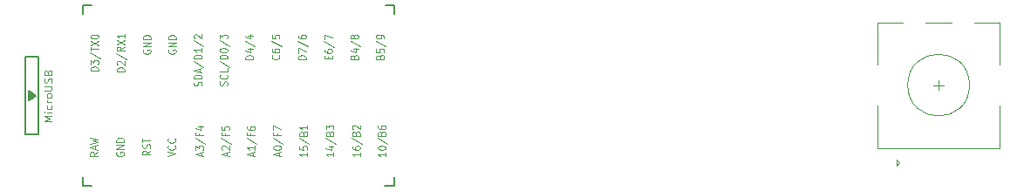
<source format=gto>
%TF.GenerationSoftware,KiCad,Pcbnew,(5.1.10)-1*%
%TF.CreationDate,2021-09-25T16:03:37+01:00*%
%TF.ProjectId,piccolo-mini,70696363-6f6c-46f2-9d6d-696e692e6b69,rev?*%
%TF.SameCoordinates,Original*%
%TF.FileFunction,Legend,Top*%
%TF.FilePolarity,Positive*%
%FSLAX46Y46*%
G04 Gerber Fmt 4.6, Leading zero omitted, Abs format (unit mm)*
G04 Created by KiCad (PCBNEW (5.1.10)-1) date 2021-09-25 16:03:37*
%MOMM*%
%LPD*%
G01*
G04 APERTURE LIST*
%ADD10C,0.150000*%
%ADD11C,0.120000*%
%ADD12C,0.125000*%
G04 APERTURE END LIST*
D10*
%TO.C,U1*%
X132031750Y-88923000D02*
X132031750Y-88623000D01*
X131881750Y-89023000D02*
X131881750Y-88523000D01*
X131731750Y-89123000D02*
X131731750Y-88423000D01*
X132231750Y-88773000D02*
X131581750Y-89273000D01*
X131581750Y-88273000D02*
X132231750Y-88773000D01*
X131581750Y-89273000D02*
X131581750Y-88273000D01*
X131231750Y-85023000D02*
X131231750Y-92523000D01*
X132531750Y-85023000D02*
X131231750Y-85023000D01*
X132531750Y-92523000D02*
X132531750Y-85023000D01*
X131231750Y-92523000D02*
X132531750Y-92523000D01*
X136831750Y-97523000D02*
X137681750Y-97523000D01*
X136831750Y-80023000D02*
X137681750Y-80023000D01*
X136831750Y-97523000D02*
X136831750Y-96673000D01*
X136831750Y-80023000D02*
X136831750Y-80823000D01*
X166131750Y-97523000D02*
X167031750Y-97523000D01*
X166181750Y-80023000D02*
X167031750Y-80023000D01*
X167031750Y-97523000D02*
X167031750Y-96673000D01*
X167031750Y-80023000D02*
X167031750Y-80883000D01*
D11*
%TO.C,SW2*%
X219900500Y-88257000D02*
X219900500Y-87257000D01*
X219400500Y-87757000D02*
X220400500Y-87757000D01*
X223400500Y-81657000D02*
X225800500Y-81657000D01*
X218600500Y-81657000D02*
X221200500Y-81657000D01*
X214000500Y-81657000D02*
X216400500Y-81657000D01*
X215800500Y-94957000D02*
X216100500Y-95257000D01*
X215800500Y-95557000D02*
X215800500Y-94957000D01*
X216100500Y-95257000D02*
X215800500Y-95557000D01*
X214000500Y-93857000D02*
X225800500Y-93857000D01*
X214000500Y-89757000D02*
X214000500Y-93857000D01*
X225800500Y-89757000D02*
X225800500Y-93857000D01*
X225800500Y-81657000D02*
X225800500Y-85757000D01*
X214000500Y-85757000D02*
X214000500Y-81657000D01*
X222900500Y-87757000D02*
G75*
G03*
X222900500Y-87757000I-3000000J0D01*
G01*
%TO.C,U1*%
D12*
X138271035Y-94230619D02*
X137913892Y-94453952D01*
X138271035Y-94613476D02*
X137521035Y-94613476D01*
X137521035Y-94358238D01*
X137556750Y-94294428D01*
X137592464Y-94262523D01*
X137663892Y-94230619D01*
X137771035Y-94230619D01*
X137842464Y-94262523D01*
X137878178Y-94294428D01*
X137913892Y-94358238D01*
X137913892Y-94613476D01*
X138056750Y-93975380D02*
X138056750Y-93656333D01*
X138271035Y-94039190D02*
X137521035Y-93815857D01*
X138271035Y-93592523D01*
X137521035Y-93433000D02*
X138271035Y-93273476D01*
X137735321Y-93145857D01*
X138271035Y-93018238D01*
X137521035Y-92858714D01*
X140106750Y-94278476D02*
X140071035Y-94342285D01*
X140071035Y-94438000D01*
X140106750Y-94533714D01*
X140178178Y-94597523D01*
X140249607Y-94629428D01*
X140392464Y-94661333D01*
X140499607Y-94661333D01*
X140642464Y-94629428D01*
X140713892Y-94597523D01*
X140785321Y-94533714D01*
X140821035Y-94438000D01*
X140821035Y-94374190D01*
X140785321Y-94278476D01*
X140749607Y-94246571D01*
X140499607Y-94246571D01*
X140499607Y-94374190D01*
X140821035Y-93959428D02*
X140071035Y-93959428D01*
X140821035Y-93576571D01*
X140071035Y-93576571D01*
X140821035Y-93257523D02*
X140071035Y-93257523D01*
X140071035Y-93098000D01*
X140106750Y-93002285D01*
X140178178Y-92938476D01*
X140249607Y-92906571D01*
X140392464Y-92874666D01*
X140499607Y-92874666D01*
X140642464Y-92906571D01*
X140713892Y-92938476D01*
X140785321Y-93002285D01*
X140821035Y-93098000D01*
X140821035Y-93257523D01*
X143371035Y-94134904D02*
X143013892Y-94358238D01*
X143371035Y-94517761D02*
X142621035Y-94517761D01*
X142621035Y-94262523D01*
X142656750Y-94198714D01*
X142692464Y-94166809D01*
X142763892Y-94134904D01*
X142871035Y-94134904D01*
X142942464Y-94166809D01*
X142978178Y-94198714D01*
X143013892Y-94262523D01*
X143013892Y-94517761D01*
X143335321Y-93879666D02*
X143371035Y-93783952D01*
X143371035Y-93624428D01*
X143335321Y-93560619D01*
X143299607Y-93528714D01*
X143228178Y-93496809D01*
X143156750Y-93496809D01*
X143085321Y-93528714D01*
X143049607Y-93560619D01*
X143013892Y-93624428D01*
X142978178Y-93752047D01*
X142942464Y-93815857D01*
X142906750Y-93847761D01*
X142835321Y-93879666D01*
X142763892Y-93879666D01*
X142692464Y-93847761D01*
X142656750Y-93815857D01*
X142621035Y-93752047D01*
X142621035Y-93592523D01*
X142656750Y-93496809D01*
X142621035Y-93305380D02*
X142621035Y-92922523D01*
X143371035Y-93113952D02*
X142621035Y-93113952D01*
X145071035Y-94661333D02*
X145821035Y-94438000D01*
X145071035Y-94214666D01*
X145749607Y-93608476D02*
X145785321Y-93640380D01*
X145821035Y-93736095D01*
X145821035Y-93799904D01*
X145785321Y-93895619D01*
X145713892Y-93959428D01*
X145642464Y-93991333D01*
X145499607Y-94023238D01*
X145392464Y-94023238D01*
X145249607Y-93991333D01*
X145178178Y-93959428D01*
X145106750Y-93895619D01*
X145071035Y-93799904D01*
X145071035Y-93736095D01*
X145106750Y-93640380D01*
X145142464Y-93608476D01*
X145749607Y-92938476D02*
X145785321Y-92970380D01*
X145821035Y-93066095D01*
X145821035Y-93129904D01*
X145785321Y-93225619D01*
X145713892Y-93289428D01*
X145642464Y-93321333D01*
X145499607Y-93353238D01*
X145392464Y-93353238D01*
X145249607Y-93321333D01*
X145178178Y-93289428D01*
X145106750Y-93225619D01*
X145071035Y-93129904D01*
X145071035Y-93066095D01*
X145106750Y-92970380D01*
X145142464Y-92938476D01*
X148306750Y-94603714D02*
X148306750Y-94284666D01*
X148521035Y-94667523D02*
X147771035Y-94444190D01*
X148521035Y-94220857D01*
X147771035Y-94061333D02*
X147771035Y-93646571D01*
X148056750Y-93869904D01*
X148056750Y-93774190D01*
X148092464Y-93710380D01*
X148128178Y-93678476D01*
X148199607Y-93646571D01*
X148378178Y-93646571D01*
X148449607Y-93678476D01*
X148485321Y-93710380D01*
X148521035Y-93774190D01*
X148521035Y-93965619D01*
X148485321Y-94029428D01*
X148449607Y-94061333D01*
X147735321Y-92880857D02*
X148699607Y-93455142D01*
X148128178Y-92434190D02*
X148128178Y-92657523D01*
X148521035Y-92657523D02*
X147771035Y-92657523D01*
X147771035Y-92338476D01*
X148021035Y-91796095D02*
X148521035Y-91796095D01*
X147735321Y-91955619D02*
X148271035Y-92115142D01*
X148271035Y-91700380D01*
X150806750Y-94603714D02*
X150806750Y-94284666D01*
X151021035Y-94667523D02*
X150271035Y-94444190D01*
X151021035Y-94220857D01*
X150342464Y-94029428D02*
X150306750Y-93997523D01*
X150271035Y-93933714D01*
X150271035Y-93774190D01*
X150306750Y-93710380D01*
X150342464Y-93678476D01*
X150413892Y-93646571D01*
X150485321Y-93646571D01*
X150592464Y-93678476D01*
X151021035Y-94061333D01*
X151021035Y-93646571D01*
X150235321Y-92880857D02*
X151199607Y-93455142D01*
X150628178Y-92434190D02*
X150628178Y-92657523D01*
X151021035Y-92657523D02*
X150271035Y-92657523D01*
X150271035Y-92338476D01*
X150271035Y-91764190D02*
X150271035Y-92083238D01*
X150628178Y-92115142D01*
X150592464Y-92083238D01*
X150556750Y-92019428D01*
X150556750Y-91859904D01*
X150592464Y-91796095D01*
X150628178Y-91764190D01*
X150699607Y-91732285D01*
X150878178Y-91732285D01*
X150949607Y-91764190D01*
X150985321Y-91796095D01*
X151021035Y-91859904D01*
X151021035Y-92019428D01*
X150985321Y-92083238D01*
X150949607Y-92115142D01*
X153306750Y-94603714D02*
X153306750Y-94284666D01*
X153521035Y-94667523D02*
X152771035Y-94444190D01*
X153521035Y-94220857D01*
X153521035Y-93646571D02*
X153521035Y-94029428D01*
X153521035Y-93838000D02*
X152771035Y-93838000D01*
X152878178Y-93901809D01*
X152949607Y-93965619D01*
X152985321Y-94029428D01*
X152735321Y-92880857D02*
X153699607Y-93455142D01*
X153128178Y-92434190D02*
X153128178Y-92657523D01*
X153521035Y-92657523D02*
X152771035Y-92657523D01*
X152771035Y-92338476D01*
X152771035Y-91796095D02*
X152771035Y-91923714D01*
X152806750Y-91987523D01*
X152842464Y-92019428D01*
X152949607Y-92083238D01*
X153092464Y-92115142D01*
X153378178Y-92115142D01*
X153449607Y-92083238D01*
X153485321Y-92051333D01*
X153521035Y-91987523D01*
X153521035Y-91859904D01*
X153485321Y-91796095D01*
X153449607Y-91764190D01*
X153378178Y-91732285D01*
X153199607Y-91732285D01*
X153128178Y-91764190D01*
X153092464Y-91796095D01*
X153056750Y-91859904D01*
X153056750Y-91987523D01*
X153092464Y-92051333D01*
X153128178Y-92083238D01*
X153199607Y-92115142D01*
X155856750Y-94603714D02*
X155856750Y-94284666D01*
X156071035Y-94667523D02*
X155321035Y-94444190D01*
X156071035Y-94220857D01*
X155321035Y-93869904D02*
X155321035Y-93806095D01*
X155356750Y-93742285D01*
X155392464Y-93710380D01*
X155463892Y-93678476D01*
X155606750Y-93646571D01*
X155785321Y-93646571D01*
X155928178Y-93678476D01*
X155999607Y-93710380D01*
X156035321Y-93742285D01*
X156071035Y-93806095D01*
X156071035Y-93869904D01*
X156035321Y-93933714D01*
X155999607Y-93965619D01*
X155928178Y-93997523D01*
X155785321Y-94029428D01*
X155606750Y-94029428D01*
X155463892Y-93997523D01*
X155392464Y-93965619D01*
X155356750Y-93933714D01*
X155321035Y-93869904D01*
X155285321Y-92880857D02*
X156249607Y-93455142D01*
X155678178Y-92434190D02*
X155678178Y-92657523D01*
X156071035Y-92657523D02*
X155321035Y-92657523D01*
X155321035Y-92338476D01*
X155321035Y-92147047D02*
X155321035Y-91700380D01*
X156071035Y-91987523D01*
X158621035Y-94300619D02*
X158621035Y-94683476D01*
X158621035Y-94492047D02*
X157871035Y-94492047D01*
X157978178Y-94555857D01*
X158049607Y-94619666D01*
X158085321Y-94683476D01*
X157871035Y-93694428D02*
X157871035Y-94013476D01*
X158228178Y-94045380D01*
X158192464Y-94013476D01*
X158156750Y-93949666D01*
X158156750Y-93790142D01*
X158192464Y-93726333D01*
X158228178Y-93694428D01*
X158299607Y-93662523D01*
X158478178Y-93662523D01*
X158549607Y-93694428D01*
X158585321Y-93726333D01*
X158621035Y-93790142D01*
X158621035Y-93949666D01*
X158585321Y-94013476D01*
X158549607Y-94045380D01*
X157835321Y-92896809D02*
X158799607Y-93471095D01*
X158228178Y-92450142D02*
X158263892Y-92354428D01*
X158299607Y-92322523D01*
X158371035Y-92290619D01*
X158478178Y-92290619D01*
X158549607Y-92322523D01*
X158585321Y-92354428D01*
X158621035Y-92418238D01*
X158621035Y-92673476D01*
X157871035Y-92673476D01*
X157871035Y-92450142D01*
X157906750Y-92386333D01*
X157942464Y-92354428D01*
X158013892Y-92322523D01*
X158085321Y-92322523D01*
X158156750Y-92354428D01*
X158192464Y-92386333D01*
X158228178Y-92450142D01*
X158228178Y-92673476D01*
X158621035Y-91652523D02*
X158621035Y-92035380D01*
X158621035Y-91843952D02*
X157871035Y-91843952D01*
X157978178Y-91907761D01*
X158049607Y-91971571D01*
X158085321Y-92035380D01*
X161171035Y-94300619D02*
X161171035Y-94683476D01*
X161171035Y-94492047D02*
X160421035Y-94492047D01*
X160528178Y-94555857D01*
X160599607Y-94619666D01*
X160635321Y-94683476D01*
X160671035Y-93726333D02*
X161171035Y-93726333D01*
X160385321Y-93885857D02*
X160921035Y-94045380D01*
X160921035Y-93630619D01*
X160385321Y-92896809D02*
X161349607Y-93471095D01*
X160778178Y-92450142D02*
X160813892Y-92354428D01*
X160849607Y-92322523D01*
X160921035Y-92290619D01*
X161028178Y-92290619D01*
X161099607Y-92322523D01*
X161135321Y-92354428D01*
X161171035Y-92418238D01*
X161171035Y-92673476D01*
X160421035Y-92673476D01*
X160421035Y-92450142D01*
X160456750Y-92386333D01*
X160492464Y-92354428D01*
X160563892Y-92322523D01*
X160635321Y-92322523D01*
X160706750Y-92354428D01*
X160742464Y-92386333D01*
X160778178Y-92450142D01*
X160778178Y-92673476D01*
X160421035Y-92067285D02*
X160421035Y-91652523D01*
X160706750Y-91875857D01*
X160706750Y-91780142D01*
X160742464Y-91716333D01*
X160778178Y-91684428D01*
X160849607Y-91652523D01*
X161028178Y-91652523D01*
X161099607Y-91684428D01*
X161135321Y-91716333D01*
X161171035Y-91780142D01*
X161171035Y-91971571D01*
X161135321Y-92035380D01*
X161099607Y-92067285D01*
X166221035Y-94300619D02*
X166221035Y-94683476D01*
X166221035Y-94492047D02*
X165471035Y-94492047D01*
X165578178Y-94555857D01*
X165649607Y-94619666D01*
X165685321Y-94683476D01*
X165471035Y-93885857D02*
X165471035Y-93822047D01*
X165506750Y-93758238D01*
X165542464Y-93726333D01*
X165613892Y-93694428D01*
X165756750Y-93662523D01*
X165935321Y-93662523D01*
X166078178Y-93694428D01*
X166149607Y-93726333D01*
X166185321Y-93758238D01*
X166221035Y-93822047D01*
X166221035Y-93885857D01*
X166185321Y-93949666D01*
X166149607Y-93981571D01*
X166078178Y-94013476D01*
X165935321Y-94045380D01*
X165756750Y-94045380D01*
X165613892Y-94013476D01*
X165542464Y-93981571D01*
X165506750Y-93949666D01*
X165471035Y-93885857D01*
X165435321Y-92896809D02*
X166399607Y-93471095D01*
X165828178Y-92450142D02*
X165863892Y-92354428D01*
X165899607Y-92322523D01*
X165971035Y-92290619D01*
X166078178Y-92290619D01*
X166149607Y-92322523D01*
X166185321Y-92354428D01*
X166221035Y-92418238D01*
X166221035Y-92673476D01*
X165471035Y-92673476D01*
X165471035Y-92450142D01*
X165506750Y-92386333D01*
X165542464Y-92354428D01*
X165613892Y-92322523D01*
X165685321Y-92322523D01*
X165756750Y-92354428D01*
X165792464Y-92386333D01*
X165828178Y-92450142D01*
X165828178Y-92673476D01*
X165471035Y-91716333D02*
X165471035Y-91843952D01*
X165506750Y-91907761D01*
X165542464Y-91939666D01*
X165649607Y-92003476D01*
X165792464Y-92035380D01*
X166078178Y-92035380D01*
X166149607Y-92003476D01*
X166185321Y-91971571D01*
X166221035Y-91907761D01*
X166221035Y-91780142D01*
X166185321Y-91716333D01*
X166149607Y-91684428D01*
X166078178Y-91652523D01*
X165899607Y-91652523D01*
X165828178Y-91684428D01*
X165792464Y-91716333D01*
X165756750Y-91780142D01*
X165756750Y-91907761D01*
X165792464Y-91971571D01*
X165828178Y-92003476D01*
X165899607Y-92035380D01*
X163721035Y-94300619D02*
X163721035Y-94683476D01*
X163721035Y-94492047D02*
X162971035Y-94492047D01*
X163078178Y-94555857D01*
X163149607Y-94619666D01*
X163185321Y-94683476D01*
X162971035Y-93726333D02*
X162971035Y-93853952D01*
X163006750Y-93917761D01*
X163042464Y-93949666D01*
X163149607Y-94013476D01*
X163292464Y-94045380D01*
X163578178Y-94045380D01*
X163649607Y-94013476D01*
X163685321Y-93981571D01*
X163721035Y-93917761D01*
X163721035Y-93790142D01*
X163685321Y-93726333D01*
X163649607Y-93694428D01*
X163578178Y-93662523D01*
X163399607Y-93662523D01*
X163328178Y-93694428D01*
X163292464Y-93726333D01*
X163256750Y-93790142D01*
X163256750Y-93917761D01*
X163292464Y-93981571D01*
X163328178Y-94013476D01*
X163399607Y-94045380D01*
X162935321Y-92896809D02*
X163899607Y-93471095D01*
X163328178Y-92450142D02*
X163363892Y-92354428D01*
X163399607Y-92322523D01*
X163471035Y-92290619D01*
X163578178Y-92290619D01*
X163649607Y-92322523D01*
X163685321Y-92354428D01*
X163721035Y-92418238D01*
X163721035Y-92673476D01*
X162971035Y-92673476D01*
X162971035Y-92450142D01*
X163006750Y-92386333D01*
X163042464Y-92354428D01*
X163113892Y-92322523D01*
X163185321Y-92322523D01*
X163256750Y-92354428D01*
X163292464Y-92386333D01*
X163328178Y-92450142D01*
X163328178Y-92673476D01*
X163042464Y-92035380D02*
X163006750Y-92003476D01*
X162971035Y-91939666D01*
X162971035Y-91780142D01*
X163006750Y-91716333D01*
X163042464Y-91684428D01*
X163113892Y-91652523D01*
X163185321Y-91652523D01*
X163292464Y-91684428D01*
X163721035Y-92067285D01*
X163721035Y-91652523D01*
X160628178Y-85200619D02*
X160628178Y-84977285D01*
X161021035Y-84881571D02*
X161021035Y-85200619D01*
X160271035Y-85200619D01*
X160271035Y-84881571D01*
X160271035Y-84307285D02*
X160271035Y-84434904D01*
X160306750Y-84498714D01*
X160342464Y-84530619D01*
X160449607Y-84594428D01*
X160592464Y-84626333D01*
X160878178Y-84626333D01*
X160949607Y-84594428D01*
X160985321Y-84562523D01*
X161021035Y-84498714D01*
X161021035Y-84371095D01*
X160985321Y-84307285D01*
X160949607Y-84275380D01*
X160878178Y-84243476D01*
X160699607Y-84243476D01*
X160628178Y-84275380D01*
X160592464Y-84307285D01*
X160556750Y-84371095D01*
X160556750Y-84498714D01*
X160592464Y-84562523D01*
X160628178Y-84594428D01*
X160699607Y-84626333D01*
X160235321Y-83477761D02*
X161199607Y-84052047D01*
X160271035Y-83318238D02*
X160271035Y-82871571D01*
X161021035Y-83158714D01*
X158471035Y-85232523D02*
X157721035Y-85232523D01*
X157721035Y-85073000D01*
X157756750Y-84977285D01*
X157828178Y-84913476D01*
X157899607Y-84881571D01*
X158042464Y-84849666D01*
X158149607Y-84849666D01*
X158292464Y-84881571D01*
X158363892Y-84913476D01*
X158435321Y-84977285D01*
X158471035Y-85073000D01*
X158471035Y-85232523D01*
X157721035Y-84626333D02*
X157721035Y-84179666D01*
X158471035Y-84466809D01*
X157685321Y-83445857D02*
X158649607Y-84020142D01*
X157721035Y-82935380D02*
X157721035Y-83063000D01*
X157756750Y-83126809D01*
X157792464Y-83158714D01*
X157899607Y-83222523D01*
X158042464Y-83254428D01*
X158328178Y-83254428D01*
X158399607Y-83222523D01*
X158435321Y-83190619D01*
X158471035Y-83126809D01*
X158471035Y-82999190D01*
X158435321Y-82935380D01*
X158399607Y-82903476D01*
X158328178Y-82871571D01*
X158149607Y-82871571D01*
X158078178Y-82903476D01*
X158042464Y-82935380D01*
X158006750Y-82999190D01*
X158006750Y-83126809D01*
X158042464Y-83190619D01*
X158078178Y-83222523D01*
X158149607Y-83254428D01*
X142706750Y-84328476D02*
X142671035Y-84392285D01*
X142671035Y-84488000D01*
X142706750Y-84583714D01*
X142778178Y-84647523D01*
X142849607Y-84679428D01*
X142992464Y-84711333D01*
X143099607Y-84711333D01*
X143242464Y-84679428D01*
X143313892Y-84647523D01*
X143385321Y-84583714D01*
X143421035Y-84488000D01*
X143421035Y-84424190D01*
X143385321Y-84328476D01*
X143349607Y-84296571D01*
X143099607Y-84296571D01*
X143099607Y-84424190D01*
X143421035Y-84009428D02*
X142671035Y-84009428D01*
X143421035Y-83626571D01*
X142671035Y-83626571D01*
X143421035Y-83307523D02*
X142671035Y-83307523D01*
X142671035Y-83148000D01*
X142706750Y-83052285D01*
X142778178Y-82988476D01*
X142849607Y-82956571D01*
X142992464Y-82924666D01*
X143099607Y-82924666D01*
X143242464Y-82956571D01*
X143313892Y-82988476D01*
X143385321Y-83052285D01*
X143421035Y-83148000D01*
X143421035Y-83307523D01*
X145156750Y-84328476D02*
X145121035Y-84392285D01*
X145121035Y-84488000D01*
X145156750Y-84583714D01*
X145228178Y-84647523D01*
X145299607Y-84679428D01*
X145442464Y-84711333D01*
X145549607Y-84711333D01*
X145692464Y-84679428D01*
X145763892Y-84647523D01*
X145835321Y-84583714D01*
X145871035Y-84488000D01*
X145871035Y-84424190D01*
X145835321Y-84328476D01*
X145799607Y-84296571D01*
X145549607Y-84296571D01*
X145549607Y-84424190D01*
X145871035Y-84009428D02*
X145121035Y-84009428D01*
X145871035Y-83626571D01*
X145121035Y-83626571D01*
X145871035Y-83307523D02*
X145121035Y-83307523D01*
X145121035Y-83148000D01*
X145156750Y-83052285D01*
X145228178Y-82988476D01*
X145299607Y-82956571D01*
X145442464Y-82924666D01*
X145549607Y-82924666D01*
X145692464Y-82956571D01*
X145763892Y-82988476D01*
X145835321Y-83052285D01*
X145871035Y-83148000D01*
X145871035Y-83307523D01*
X138321035Y-86356809D02*
X137571035Y-86356809D01*
X137571035Y-86197285D01*
X137606750Y-86101571D01*
X137678178Y-86037761D01*
X137749607Y-86005857D01*
X137892464Y-85973952D01*
X137999607Y-85973952D01*
X138142464Y-86005857D01*
X138213892Y-86037761D01*
X138285321Y-86101571D01*
X138321035Y-86197285D01*
X138321035Y-86356809D01*
X137571035Y-85750619D02*
X137571035Y-85335857D01*
X137856750Y-85559190D01*
X137856750Y-85463476D01*
X137892464Y-85399666D01*
X137928178Y-85367761D01*
X137999607Y-85335857D01*
X138178178Y-85335857D01*
X138249607Y-85367761D01*
X138285321Y-85399666D01*
X138321035Y-85463476D01*
X138321035Y-85654904D01*
X138285321Y-85718714D01*
X138249607Y-85750619D01*
X137535321Y-84570142D02*
X138499607Y-85144428D01*
X137571035Y-84442523D02*
X137571035Y-84059666D01*
X138321035Y-84251095D02*
X137571035Y-84251095D01*
X137571035Y-83900142D02*
X138321035Y-83453476D01*
X137571035Y-83453476D02*
X138321035Y-83900142D01*
X137571035Y-83070619D02*
X137571035Y-83006809D01*
X137606750Y-82943000D01*
X137642464Y-82911095D01*
X137713892Y-82879190D01*
X137856750Y-82847285D01*
X138035321Y-82847285D01*
X138178178Y-82879190D01*
X138249607Y-82911095D01*
X138285321Y-82943000D01*
X138321035Y-83006809D01*
X138321035Y-83070619D01*
X138285321Y-83134428D01*
X138249607Y-83166333D01*
X138178178Y-83198238D01*
X138035321Y-83230142D01*
X137856750Y-83230142D01*
X137713892Y-83198238D01*
X137642464Y-83166333D01*
X137606750Y-83134428D01*
X137571035Y-83070619D01*
X153371035Y-85232523D02*
X152621035Y-85232523D01*
X152621035Y-85073000D01*
X152656750Y-84977285D01*
X152728178Y-84913476D01*
X152799607Y-84881571D01*
X152942464Y-84849666D01*
X153049607Y-84849666D01*
X153192464Y-84881571D01*
X153263892Y-84913476D01*
X153335321Y-84977285D01*
X153371035Y-85073000D01*
X153371035Y-85232523D01*
X152871035Y-84275380D02*
X153371035Y-84275380D01*
X152585321Y-84434904D02*
X153121035Y-84594428D01*
X153121035Y-84179666D01*
X152585321Y-83445857D02*
X153549607Y-84020142D01*
X152871035Y-82935380D02*
X153371035Y-82935380D01*
X152585321Y-83094904D02*
X153121035Y-83254428D01*
X153121035Y-82839666D01*
X148335321Y-87806571D02*
X148371035Y-87710857D01*
X148371035Y-87551333D01*
X148335321Y-87487523D01*
X148299607Y-87455619D01*
X148228178Y-87423714D01*
X148156750Y-87423714D01*
X148085321Y-87455619D01*
X148049607Y-87487523D01*
X148013892Y-87551333D01*
X147978178Y-87678952D01*
X147942464Y-87742761D01*
X147906750Y-87774666D01*
X147835321Y-87806571D01*
X147763892Y-87806571D01*
X147692464Y-87774666D01*
X147656750Y-87742761D01*
X147621035Y-87678952D01*
X147621035Y-87519428D01*
X147656750Y-87423714D01*
X148371035Y-87136571D02*
X147621035Y-87136571D01*
X147621035Y-86977047D01*
X147656750Y-86881333D01*
X147728178Y-86817523D01*
X147799607Y-86785619D01*
X147942464Y-86753714D01*
X148049607Y-86753714D01*
X148192464Y-86785619D01*
X148263892Y-86817523D01*
X148335321Y-86881333D01*
X148371035Y-86977047D01*
X148371035Y-87136571D01*
X148156750Y-86498476D02*
X148156750Y-86179428D01*
X148371035Y-86562285D02*
X147621035Y-86338952D01*
X148371035Y-86115619D01*
X147585321Y-85413714D02*
X148549607Y-85988000D01*
X148371035Y-85190380D02*
X147621035Y-85190380D01*
X147621035Y-85030857D01*
X147656750Y-84935142D01*
X147728178Y-84871333D01*
X147799607Y-84839428D01*
X147942464Y-84807523D01*
X148049607Y-84807523D01*
X148192464Y-84839428D01*
X148263892Y-84871333D01*
X148335321Y-84935142D01*
X148371035Y-85030857D01*
X148371035Y-85190380D01*
X148371035Y-84169428D02*
X148371035Y-84552285D01*
X148371035Y-84360857D02*
X147621035Y-84360857D01*
X147728178Y-84424666D01*
X147799607Y-84488476D01*
X147835321Y-84552285D01*
X147585321Y-83403714D02*
X148549607Y-83978000D01*
X147692464Y-83212285D02*
X147656750Y-83180380D01*
X147621035Y-83116571D01*
X147621035Y-82957047D01*
X147656750Y-82893238D01*
X147692464Y-82861333D01*
X147763892Y-82829428D01*
X147835321Y-82829428D01*
X147942464Y-82861333D01*
X148371035Y-83244190D01*
X148371035Y-82829428D01*
X150835321Y-87790619D02*
X150871035Y-87694904D01*
X150871035Y-87535380D01*
X150835321Y-87471571D01*
X150799607Y-87439666D01*
X150728178Y-87407761D01*
X150656750Y-87407761D01*
X150585321Y-87439666D01*
X150549607Y-87471571D01*
X150513892Y-87535380D01*
X150478178Y-87663000D01*
X150442464Y-87726809D01*
X150406750Y-87758714D01*
X150335321Y-87790619D01*
X150263892Y-87790619D01*
X150192464Y-87758714D01*
X150156750Y-87726809D01*
X150121035Y-87663000D01*
X150121035Y-87503476D01*
X150156750Y-87407761D01*
X150799607Y-86737761D02*
X150835321Y-86769666D01*
X150871035Y-86865380D01*
X150871035Y-86929190D01*
X150835321Y-87024904D01*
X150763892Y-87088714D01*
X150692464Y-87120619D01*
X150549607Y-87152523D01*
X150442464Y-87152523D01*
X150299607Y-87120619D01*
X150228178Y-87088714D01*
X150156750Y-87024904D01*
X150121035Y-86929190D01*
X150121035Y-86865380D01*
X150156750Y-86769666D01*
X150192464Y-86737761D01*
X150871035Y-86131571D02*
X150871035Y-86450619D01*
X150121035Y-86450619D01*
X150085321Y-85429666D02*
X151049607Y-86003952D01*
X150871035Y-85206333D02*
X150121035Y-85206333D01*
X150121035Y-85046809D01*
X150156750Y-84951095D01*
X150228178Y-84887285D01*
X150299607Y-84855380D01*
X150442464Y-84823476D01*
X150549607Y-84823476D01*
X150692464Y-84855380D01*
X150763892Y-84887285D01*
X150835321Y-84951095D01*
X150871035Y-85046809D01*
X150871035Y-85206333D01*
X150121035Y-84408714D02*
X150121035Y-84344904D01*
X150156750Y-84281095D01*
X150192464Y-84249190D01*
X150263892Y-84217285D01*
X150406750Y-84185380D01*
X150585321Y-84185380D01*
X150728178Y-84217285D01*
X150799607Y-84249190D01*
X150835321Y-84281095D01*
X150871035Y-84344904D01*
X150871035Y-84408714D01*
X150835321Y-84472523D01*
X150799607Y-84504428D01*
X150728178Y-84536333D01*
X150585321Y-84568238D01*
X150406750Y-84568238D01*
X150263892Y-84536333D01*
X150192464Y-84504428D01*
X150156750Y-84472523D01*
X150121035Y-84408714D01*
X150085321Y-83419666D02*
X151049607Y-83993952D01*
X150121035Y-83260142D02*
X150121035Y-82845380D01*
X150406750Y-83068714D01*
X150406750Y-82973000D01*
X150442464Y-82909190D01*
X150478178Y-82877285D01*
X150549607Y-82845380D01*
X150728178Y-82845380D01*
X150799607Y-82877285D01*
X150835321Y-82909190D01*
X150871035Y-82973000D01*
X150871035Y-83164428D01*
X150835321Y-83228238D01*
X150799607Y-83260142D01*
X155849607Y-84849666D02*
X155885321Y-84881571D01*
X155921035Y-84977285D01*
X155921035Y-85041095D01*
X155885321Y-85136809D01*
X155813892Y-85200619D01*
X155742464Y-85232523D01*
X155599607Y-85264428D01*
X155492464Y-85264428D01*
X155349607Y-85232523D01*
X155278178Y-85200619D01*
X155206750Y-85136809D01*
X155171035Y-85041095D01*
X155171035Y-84977285D01*
X155206750Y-84881571D01*
X155242464Y-84849666D01*
X155171035Y-84275380D02*
X155171035Y-84403000D01*
X155206750Y-84466809D01*
X155242464Y-84498714D01*
X155349607Y-84562523D01*
X155492464Y-84594428D01*
X155778178Y-84594428D01*
X155849607Y-84562523D01*
X155885321Y-84530619D01*
X155921035Y-84466809D01*
X155921035Y-84339190D01*
X155885321Y-84275380D01*
X155849607Y-84243476D01*
X155778178Y-84211571D01*
X155599607Y-84211571D01*
X155528178Y-84243476D01*
X155492464Y-84275380D01*
X155456750Y-84339190D01*
X155456750Y-84466809D01*
X155492464Y-84530619D01*
X155528178Y-84562523D01*
X155599607Y-84594428D01*
X155135321Y-83445857D02*
X156099607Y-84020142D01*
X155171035Y-82903476D02*
X155171035Y-83222523D01*
X155528178Y-83254428D01*
X155492464Y-83222523D01*
X155456750Y-83158714D01*
X155456750Y-82999190D01*
X155492464Y-82935380D01*
X155528178Y-82903476D01*
X155599607Y-82871571D01*
X155778178Y-82871571D01*
X155849607Y-82903476D01*
X155885321Y-82935380D01*
X155921035Y-82999190D01*
X155921035Y-83158714D01*
X155885321Y-83222523D01*
X155849607Y-83254428D01*
X165678178Y-85009190D02*
X165713892Y-84913476D01*
X165749607Y-84881571D01*
X165821035Y-84849666D01*
X165928178Y-84849666D01*
X165999607Y-84881571D01*
X166035321Y-84913476D01*
X166071035Y-84977285D01*
X166071035Y-85232523D01*
X165321035Y-85232523D01*
X165321035Y-85009190D01*
X165356750Y-84945380D01*
X165392464Y-84913476D01*
X165463892Y-84881571D01*
X165535321Y-84881571D01*
X165606750Y-84913476D01*
X165642464Y-84945380D01*
X165678178Y-85009190D01*
X165678178Y-85232523D01*
X165321035Y-84243476D02*
X165321035Y-84562523D01*
X165678178Y-84594428D01*
X165642464Y-84562523D01*
X165606750Y-84498714D01*
X165606750Y-84339190D01*
X165642464Y-84275380D01*
X165678178Y-84243476D01*
X165749607Y-84211571D01*
X165928178Y-84211571D01*
X165999607Y-84243476D01*
X166035321Y-84275380D01*
X166071035Y-84339190D01*
X166071035Y-84498714D01*
X166035321Y-84562523D01*
X165999607Y-84594428D01*
X165285321Y-83445857D02*
X166249607Y-84020142D01*
X166071035Y-83190619D02*
X166071035Y-83063000D01*
X166035321Y-82999190D01*
X165999607Y-82967285D01*
X165892464Y-82903476D01*
X165749607Y-82871571D01*
X165463892Y-82871571D01*
X165392464Y-82903476D01*
X165356750Y-82935380D01*
X165321035Y-82999190D01*
X165321035Y-83126809D01*
X165356750Y-83190619D01*
X165392464Y-83222523D01*
X165463892Y-83254428D01*
X165642464Y-83254428D01*
X165713892Y-83222523D01*
X165749607Y-83190619D01*
X165785321Y-83126809D01*
X165785321Y-82999190D01*
X165749607Y-82935380D01*
X165713892Y-82903476D01*
X165642464Y-82871571D01*
X140871035Y-86436571D02*
X140121035Y-86436571D01*
X140121035Y-86277047D01*
X140156750Y-86181333D01*
X140228178Y-86117523D01*
X140299607Y-86085619D01*
X140442464Y-86053714D01*
X140549607Y-86053714D01*
X140692464Y-86085619D01*
X140763892Y-86117523D01*
X140835321Y-86181333D01*
X140871035Y-86277047D01*
X140871035Y-86436571D01*
X140192464Y-85798476D02*
X140156750Y-85766571D01*
X140121035Y-85702761D01*
X140121035Y-85543238D01*
X140156750Y-85479428D01*
X140192464Y-85447523D01*
X140263892Y-85415619D01*
X140335321Y-85415619D01*
X140442464Y-85447523D01*
X140871035Y-85830380D01*
X140871035Y-85415619D01*
X140085321Y-84649904D02*
X141049607Y-85224190D01*
X140871035Y-84043714D02*
X140513892Y-84267047D01*
X140871035Y-84426571D02*
X140121035Y-84426571D01*
X140121035Y-84171333D01*
X140156750Y-84107523D01*
X140192464Y-84075619D01*
X140263892Y-84043714D01*
X140371035Y-84043714D01*
X140442464Y-84075619D01*
X140478178Y-84107523D01*
X140513892Y-84171333D01*
X140513892Y-84426571D01*
X140121035Y-83820380D02*
X140871035Y-83373714D01*
X140121035Y-83373714D02*
X140871035Y-83820380D01*
X140871035Y-82767523D02*
X140871035Y-83150380D01*
X140871035Y-82958952D02*
X140121035Y-82958952D01*
X140228178Y-83022761D01*
X140299607Y-83086571D01*
X140335321Y-83150380D01*
X163178178Y-85009190D02*
X163213892Y-84913476D01*
X163249607Y-84881571D01*
X163321035Y-84849666D01*
X163428178Y-84849666D01*
X163499607Y-84881571D01*
X163535321Y-84913476D01*
X163571035Y-84977285D01*
X163571035Y-85232523D01*
X162821035Y-85232523D01*
X162821035Y-85009190D01*
X162856750Y-84945380D01*
X162892464Y-84913476D01*
X162963892Y-84881571D01*
X163035321Y-84881571D01*
X163106750Y-84913476D01*
X163142464Y-84945380D01*
X163178178Y-85009190D01*
X163178178Y-85232523D01*
X163071035Y-84275380D02*
X163571035Y-84275380D01*
X162785321Y-84434904D02*
X163321035Y-84594428D01*
X163321035Y-84179666D01*
X162785321Y-83445857D02*
X163749607Y-84020142D01*
X163142464Y-83126809D02*
X163106750Y-83190619D01*
X163071035Y-83222523D01*
X162999607Y-83254428D01*
X162963892Y-83254428D01*
X162892464Y-83222523D01*
X162856750Y-83190619D01*
X162821035Y-83126809D01*
X162821035Y-82999190D01*
X162856750Y-82935380D01*
X162892464Y-82903476D01*
X162963892Y-82871571D01*
X162999607Y-82871571D01*
X163071035Y-82903476D01*
X163106750Y-82935380D01*
X163142464Y-82999190D01*
X163142464Y-83126809D01*
X163178178Y-83190619D01*
X163213892Y-83222523D01*
X163285321Y-83254428D01*
X163428178Y-83254428D01*
X163499607Y-83222523D01*
X163535321Y-83190619D01*
X163571035Y-83126809D01*
X163571035Y-82999190D01*
X163535321Y-82935380D01*
X163499607Y-82903476D01*
X163428178Y-82871571D01*
X163285321Y-82871571D01*
X163213892Y-82903476D01*
X163178178Y-82935380D01*
X163142464Y-82999190D01*
D11*
X133821035Y-91269428D02*
X133071035Y-91269428D01*
X133606750Y-91019428D01*
X133071035Y-90769428D01*
X133821035Y-90769428D01*
X133821035Y-90412285D02*
X133321035Y-90412285D01*
X133071035Y-90412285D02*
X133106750Y-90448000D01*
X133142464Y-90412285D01*
X133106750Y-90376571D01*
X133071035Y-90412285D01*
X133142464Y-90412285D01*
X133785321Y-89733714D02*
X133821035Y-89805142D01*
X133821035Y-89948000D01*
X133785321Y-90019428D01*
X133749607Y-90055142D01*
X133678178Y-90090857D01*
X133463892Y-90090857D01*
X133392464Y-90055142D01*
X133356750Y-90019428D01*
X133321035Y-89948000D01*
X133321035Y-89805142D01*
X133356750Y-89733714D01*
X133821035Y-89412285D02*
X133321035Y-89412285D01*
X133463892Y-89412285D02*
X133392464Y-89376571D01*
X133356750Y-89340857D01*
X133321035Y-89269428D01*
X133321035Y-89198000D01*
X133821035Y-88840857D02*
X133785321Y-88912285D01*
X133749607Y-88948000D01*
X133678178Y-88983714D01*
X133463892Y-88983714D01*
X133392464Y-88948000D01*
X133356750Y-88912285D01*
X133321035Y-88840857D01*
X133321035Y-88733714D01*
X133356750Y-88662285D01*
X133392464Y-88626571D01*
X133463892Y-88590857D01*
X133678178Y-88590857D01*
X133749607Y-88626571D01*
X133785321Y-88662285D01*
X133821035Y-88733714D01*
X133821035Y-88840857D01*
X133071035Y-88269428D02*
X133678178Y-88269428D01*
X133749607Y-88233714D01*
X133785321Y-88198000D01*
X133821035Y-88126571D01*
X133821035Y-87983714D01*
X133785321Y-87912285D01*
X133749607Y-87876571D01*
X133678178Y-87840857D01*
X133071035Y-87840857D01*
X133785321Y-87519428D02*
X133821035Y-87412285D01*
X133821035Y-87233714D01*
X133785321Y-87162285D01*
X133749607Y-87126571D01*
X133678178Y-87090857D01*
X133606750Y-87090857D01*
X133535321Y-87126571D01*
X133499607Y-87162285D01*
X133463892Y-87233714D01*
X133428178Y-87376571D01*
X133392464Y-87448000D01*
X133356750Y-87483714D01*
X133285321Y-87519428D01*
X133213892Y-87519428D01*
X133142464Y-87483714D01*
X133106750Y-87448000D01*
X133071035Y-87376571D01*
X133071035Y-87198000D01*
X133106750Y-87090857D01*
X133428178Y-86519428D02*
X133463892Y-86412285D01*
X133499607Y-86376571D01*
X133571035Y-86340857D01*
X133678178Y-86340857D01*
X133749607Y-86376571D01*
X133785321Y-86412285D01*
X133821035Y-86483714D01*
X133821035Y-86769428D01*
X133071035Y-86769428D01*
X133071035Y-86519428D01*
X133106750Y-86448000D01*
X133142464Y-86412285D01*
X133213892Y-86376571D01*
X133285321Y-86376571D01*
X133356750Y-86412285D01*
X133392464Y-86448000D01*
X133428178Y-86519428D01*
X133428178Y-86769428D01*
X133821035Y-91269428D02*
X133071035Y-91269428D01*
X133606750Y-91019428D01*
X133071035Y-90769428D01*
X133821035Y-90769428D01*
X133821035Y-90412285D02*
X133321035Y-90412285D01*
X133071035Y-90412285D02*
X133106750Y-90448000D01*
X133142464Y-90412285D01*
X133106750Y-90376571D01*
X133071035Y-90412285D01*
X133142464Y-90412285D01*
X133785321Y-89733714D02*
X133821035Y-89805142D01*
X133821035Y-89948000D01*
X133785321Y-90019428D01*
X133749607Y-90055142D01*
X133678178Y-90090857D01*
X133463892Y-90090857D01*
X133392464Y-90055142D01*
X133356750Y-90019428D01*
X133321035Y-89948000D01*
X133321035Y-89805142D01*
X133356750Y-89733714D01*
X133821035Y-89412285D02*
X133321035Y-89412285D01*
X133463892Y-89412285D02*
X133392464Y-89376571D01*
X133356750Y-89340857D01*
X133321035Y-89269428D01*
X133321035Y-89198000D01*
X133821035Y-88840857D02*
X133785321Y-88912285D01*
X133749607Y-88948000D01*
X133678178Y-88983714D01*
X133463892Y-88983714D01*
X133392464Y-88948000D01*
X133356750Y-88912285D01*
X133321035Y-88840857D01*
X133321035Y-88733714D01*
X133356750Y-88662285D01*
X133392464Y-88626571D01*
X133463892Y-88590857D01*
X133678178Y-88590857D01*
X133749607Y-88626571D01*
X133785321Y-88662285D01*
X133821035Y-88733714D01*
X133821035Y-88840857D01*
X133071035Y-88269428D02*
X133678178Y-88269428D01*
X133749607Y-88233714D01*
X133785321Y-88198000D01*
X133821035Y-88126571D01*
X133821035Y-87983714D01*
X133785321Y-87912285D01*
X133749607Y-87876571D01*
X133678178Y-87840857D01*
X133071035Y-87840857D01*
X133785321Y-87519428D02*
X133821035Y-87412285D01*
X133821035Y-87233714D01*
X133785321Y-87162285D01*
X133749607Y-87126571D01*
X133678178Y-87090857D01*
X133606750Y-87090857D01*
X133535321Y-87126571D01*
X133499607Y-87162285D01*
X133463892Y-87233714D01*
X133428178Y-87376571D01*
X133392464Y-87448000D01*
X133356750Y-87483714D01*
X133285321Y-87519428D01*
X133213892Y-87519428D01*
X133142464Y-87483714D01*
X133106750Y-87448000D01*
X133071035Y-87376571D01*
X133071035Y-87198000D01*
X133106750Y-87090857D01*
X133428178Y-86519428D02*
X133463892Y-86412285D01*
X133499607Y-86376571D01*
X133571035Y-86340857D01*
X133678178Y-86340857D01*
X133749607Y-86376571D01*
X133785321Y-86412285D01*
X133821035Y-86483714D01*
X133821035Y-86769428D01*
X133071035Y-86769428D01*
X133071035Y-86519428D01*
X133106750Y-86448000D01*
X133142464Y-86412285D01*
X133213892Y-86376571D01*
X133285321Y-86376571D01*
X133356750Y-86412285D01*
X133392464Y-86448000D01*
X133428178Y-86519428D01*
X133428178Y-86769428D01*
%TD*%
M02*

</source>
